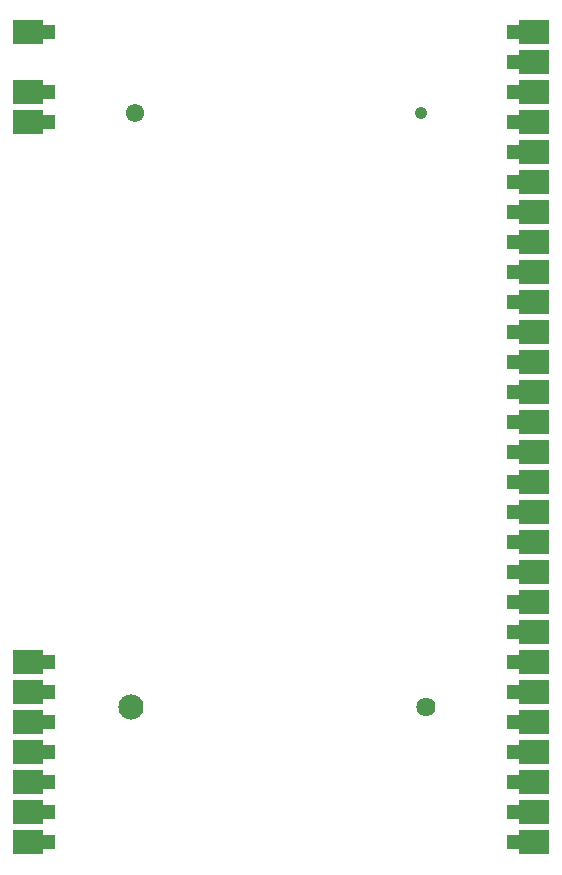
<source format=gbr>
%TF.GenerationSoftware,KiCad,Pcbnew,9.0.1+dfsg-1*%
%TF.CreationDate,2025-05-01T11:00:42+02:00*%
%TF.ProjectId,cellular-modem,63656c6c-756c-4617-922d-6d6f64656d2e,rev?*%
%TF.SameCoordinates,Original*%
%TF.FileFunction,Soldermask,Bot*%
%TF.FilePolarity,Negative*%
%FSLAX46Y46*%
G04 Gerber Fmt 4.6, Leading zero omitted, Abs format (unit mm)*
G04 Created by KiCad (PCBNEW 9.0.1+dfsg-1) date 2025-05-01 11:00:42*
%MOMM*%
%LPD*%
G01*
G04 APERTURE LIST*
G04 Aperture macros list*
%AMRoundRect*
0 Rectangle with rounded corners*
0 $1 Rounding radius*
0 $2 $3 $4 $5 $6 $7 $8 $9 X,Y pos of 4 corners*
0 Add a 4 corners polygon primitive as box body*
4,1,4,$2,$3,$4,$5,$6,$7,$8,$9,$2,$3,0*
0 Add four circle primitives for the rounded corners*
1,1,$1+$1,$2,$3*
1,1,$1+$1,$4,$5*
1,1,$1+$1,$6,$7*
1,1,$1+$1,$8,$9*
0 Add four rect primitives between the rounded corners*
20,1,$1+$1,$2,$3,$4,$5,0*
20,1,$1+$1,$4,$5,$6,$7,0*
20,1,$1+$1,$6,$7,$8,$9,0*
20,1,$1+$1,$8,$9,$2,$3,0*%
G04 Aperture macros list end*
%ADD10C,1.550000*%
%ADD11C,1.050000*%
%ADD12C,2.133600*%
%ADD13C,1.625600*%
%ADD14R,2.540000X2.000000*%
%ADD15RoundRect,0.250000X0.375000X0.375000X-0.375000X0.375000X-0.375000X-0.375000X0.375000X-0.375000X0*%
G04 APERTURE END LIST*
D10*
%TO.C,J2*%
X77011600Y-43893799D03*
D11*
X101211600Y-43893799D03*
%TD*%
D12*
%TO.C,J1*%
X76611599Y-94188465D03*
D13*
X101611601Y-94188399D03*
%TD*%
D14*
%TO.C,M1*%
X67945200Y-37033200D03*
D15*
X69645200Y-37033200D03*
D14*
X67945200Y-42113200D03*
D15*
X69645200Y-42113200D03*
D14*
X67945200Y-44653200D03*
D15*
X69645200Y-44653200D03*
D14*
X67945200Y-90373200D03*
D15*
X69645200Y-90373200D03*
D14*
X67945200Y-92913200D03*
D15*
X69645200Y-92913200D03*
D14*
X67945200Y-95453200D03*
D15*
X69645200Y-95453200D03*
D14*
X67945200Y-97993200D03*
D15*
X69645200Y-97993200D03*
D14*
X67945200Y-100533200D03*
D15*
X69645200Y-100533200D03*
D14*
X67945200Y-103073200D03*
D15*
X69645200Y-103073200D03*
D14*
X67945200Y-105613200D03*
D15*
X69645200Y-105613200D03*
X109045200Y-37033200D03*
D14*
X110745200Y-37033200D03*
D15*
X109045200Y-39573200D03*
D14*
X110745200Y-39573200D03*
D15*
X109045200Y-42113200D03*
D14*
X110745200Y-42113200D03*
D15*
X109045200Y-44653200D03*
D14*
X110745200Y-44653200D03*
D15*
X109045200Y-47193200D03*
D14*
X110745200Y-47193200D03*
D15*
X109045200Y-49733200D03*
D14*
X110745200Y-49733200D03*
D15*
X109045200Y-52273200D03*
D14*
X110745200Y-52273200D03*
D15*
X109045200Y-54813200D03*
D14*
X110745200Y-54813200D03*
D15*
X109045200Y-57353200D03*
D14*
X110745200Y-57353200D03*
D15*
X109045200Y-59893200D03*
D14*
X110745200Y-59893200D03*
D15*
X109045200Y-62433200D03*
D14*
X110745200Y-62433200D03*
D15*
X109045200Y-64973200D03*
D14*
X110745200Y-64973200D03*
D15*
X109045200Y-67513200D03*
D14*
X110745200Y-67513200D03*
D15*
X109045200Y-70053200D03*
D14*
X110745200Y-70053200D03*
D15*
X109045200Y-72593200D03*
D14*
X110745200Y-72593200D03*
D15*
X109045200Y-75133200D03*
D14*
X110745200Y-75133200D03*
D15*
X109045200Y-77673200D03*
D14*
X110745200Y-77673200D03*
D15*
X109045200Y-80213200D03*
D14*
X110745200Y-80213200D03*
D15*
X109045200Y-82753200D03*
D14*
X110745200Y-82753200D03*
D15*
X109045200Y-85293200D03*
D14*
X110745200Y-85293200D03*
D15*
X109045200Y-87833200D03*
D14*
X110745200Y-87833200D03*
D15*
X109045200Y-90373200D03*
D14*
X110745200Y-90373200D03*
D15*
X109045200Y-92913200D03*
D14*
X110745200Y-92913200D03*
D15*
X109045200Y-95453200D03*
D14*
X110745200Y-95453200D03*
D15*
X109045200Y-97993200D03*
D14*
X110745200Y-97993200D03*
D15*
X109045200Y-100533200D03*
D14*
X110745200Y-100533200D03*
D15*
X109045200Y-103073200D03*
D14*
X110745200Y-103073200D03*
D15*
X109045200Y-105613200D03*
D14*
X110745200Y-105613200D03*
%TD*%
M02*

</source>
